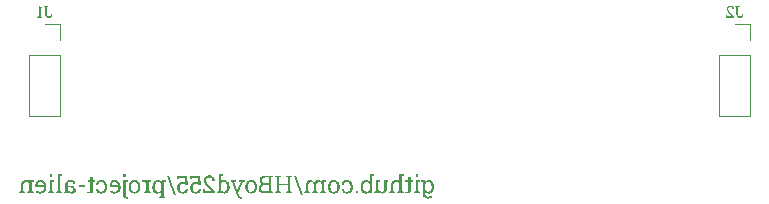
<source format=gbr>
%TF.GenerationSoftware,KiCad,Pcbnew,8.0.1*%
%TF.CreationDate,2024-08-17T00:23:43+01:00*%
%TF.ProjectId,ProjectALIENExpansionDemoButtons,50726f6a-6563-4744-914c-49454e457870,rev?*%
%TF.SameCoordinates,Original*%
%TF.FileFunction,Legend,Bot*%
%TF.FilePolarity,Positive*%
%FSLAX46Y46*%
G04 Gerber Fmt 4.6, Leading zero omitted, Abs format (unit mm)*
G04 Created by KiCad (PCBNEW 8.0.1) date 2024-08-17 00:23:43*
%MOMM*%
%LPD*%
G01*
G04 APERTURE LIST*
%ADD10C,0.100000*%
%ADD11C,0.150000*%
%ADD12C,0.120000*%
G04 APERTURE END LIST*
D10*
G36*
X141757787Y-137563594D02*
G01*
X141838344Y-137573762D01*
X141911317Y-137598455D01*
X141976704Y-137637675D01*
X142000546Y-137657207D01*
X142053991Y-137714251D01*
X142094567Y-137775624D01*
X142128013Y-137846503D01*
X142131258Y-137854927D01*
X142153515Y-137925434D01*
X142169177Y-138001484D01*
X142178245Y-138083074D01*
X142180769Y-138159011D01*
X142180769Y-138180627D01*
X142178914Y-138238776D01*
X142170671Y-138312140D01*
X142153515Y-138388982D01*
X142128013Y-138459796D01*
X142121196Y-138474656D01*
X142081834Y-138542726D01*
X142033670Y-138600422D01*
X141976704Y-138647741D01*
X141957904Y-138659723D01*
X141890584Y-138691150D01*
X141816109Y-138709483D01*
X141742964Y-138714786D01*
X141712721Y-138713909D01*
X141639280Y-138703426D01*
X141568574Y-138678882D01*
X141554542Y-138671854D01*
X141489981Y-138627826D01*
X141438149Y-138573369D01*
X141438149Y-138678882D01*
X141443162Y-138752710D01*
X141462907Y-138829092D01*
X141501530Y-138895037D01*
X141553381Y-138938214D01*
X141622288Y-138963469D01*
X141699733Y-138970875D01*
X141773647Y-138966020D01*
X141849576Y-138951457D01*
X141912968Y-138932504D01*
X141982932Y-138902364D01*
X142034956Y-139059168D01*
X142012314Y-139070682D01*
X141943111Y-139098731D01*
X141871191Y-139119252D01*
X141848042Y-139124404D01*
X141775652Y-139136404D01*
X141697535Y-139141234D01*
X141670244Y-139140741D01*
X141593086Y-139133351D01*
X141515649Y-139114740D01*
X141446941Y-139085180D01*
X141387393Y-139045689D01*
X141332964Y-138991421D01*
X141290138Y-138925812D01*
X141280513Y-138906086D01*
X141255268Y-138835218D01*
X141240542Y-138756478D01*
X141236282Y-138678882D01*
X141236282Y-138391653D01*
X141438149Y-138391653D01*
X141440666Y-138396359D01*
X141483486Y-138458972D01*
X141539632Y-138509256D01*
X141547441Y-138514269D01*
X141618264Y-138542731D01*
X141692406Y-138550655D01*
X141710206Y-138550258D01*
X141790534Y-138536384D01*
X141856408Y-138502688D01*
X141907828Y-138449172D01*
X141931857Y-138408810D01*
X141958580Y-138339622D01*
X141974117Y-138260059D01*
X141978536Y-138180627D01*
X141978536Y-138159011D01*
X141976044Y-138089907D01*
X141966228Y-138011979D01*
X141947029Y-137935163D01*
X141936281Y-137905843D01*
X141900970Y-137839155D01*
X141851041Y-137782755D01*
X141834509Y-137769789D01*
X141763540Y-137736564D01*
X141690574Y-137727434D01*
X141685081Y-137727475D01*
X141608783Y-137737784D01*
X141539998Y-137768833D01*
X141483212Y-137817560D01*
X141438149Y-137880941D01*
X141438149Y-138391653D01*
X141236282Y-138391653D01*
X141236282Y-137742112D01*
X141098895Y-137712780D01*
X141098895Y-137583819D01*
X141345825Y-137583819D01*
X141406641Y-137583819D01*
X141424960Y-137723038D01*
X141438647Y-137704193D01*
X141492953Y-137647252D01*
X141557217Y-137604336D01*
X141593048Y-137588348D01*
X141666010Y-137569073D01*
X141740766Y-137563303D01*
X141757787Y-137563594D01*
G37*
G36*
X141006205Y-138693171D02*
G01*
X141006205Y-138563844D01*
X140839143Y-138535267D01*
X140839143Y-137742455D01*
X141006205Y-137713879D01*
X141006205Y-137583819D01*
X140637276Y-137583819D01*
X140637276Y-138535267D01*
X140470214Y-138563844D01*
X140470214Y-138693171D01*
X141006205Y-138693171D01*
G37*
G36*
X140849401Y-137309779D02*
G01*
X140849401Y-137093624D01*
X140637276Y-137093624D01*
X140637276Y-137309779D01*
X140849401Y-137309779D01*
G37*
G36*
X139939352Y-138710756D02*
G01*
X140017965Y-138702228D01*
X140089999Y-138673471D01*
X140134625Y-138638582D01*
X140178606Y-138572018D01*
X140199750Y-138497973D01*
X140206728Y-138416893D01*
X140206798Y-138407040D01*
X140206798Y-137733296D01*
X140382287Y-137733296D01*
X140382287Y-137583819D01*
X140206798Y-137583819D01*
X140206798Y-137316007D01*
X140004932Y-137316007D01*
X140004932Y-137583819D01*
X139763864Y-137583819D01*
X139763864Y-137733296D01*
X140004932Y-137733296D01*
X140004932Y-138407040D01*
X139995936Y-138480112D01*
X139973058Y-138525009D01*
X139907236Y-138561772D01*
X139888061Y-138563111D01*
X139813658Y-138557315D01*
X139808194Y-138556517D01*
X139739318Y-138544427D01*
X139711474Y-138676684D01*
X139785419Y-138694467D01*
X139819918Y-138700498D01*
X139892953Y-138709063D01*
X139939352Y-138710756D01*
G37*
G36*
X139609258Y-138693171D02*
G01*
X139609258Y-138563844D01*
X139442196Y-138535267D01*
X139442196Y-137252626D01*
X139609258Y-137223683D01*
X139609258Y-137093624D01*
X139239963Y-137093624D01*
X139239963Y-137731464D01*
X139189233Y-137672260D01*
X139129918Y-137625028D01*
X139099646Y-137607267D01*
X139029051Y-137578802D01*
X138952410Y-137564849D01*
X138914998Y-137563303D01*
X138840779Y-137568405D01*
X138765359Y-137586729D01*
X138692500Y-137623272D01*
X138638393Y-137669915D01*
X138595276Y-137730388D01*
X138564479Y-137805195D01*
X138547637Y-137882410D01*
X138540707Y-137957328D01*
X138539841Y-137997811D01*
X138539841Y-138535267D01*
X138372412Y-138563844D01*
X138372412Y-138693171D01*
X138908770Y-138693171D01*
X138908770Y-138563844D01*
X138741708Y-138535267D01*
X138741708Y-137995979D01*
X138747468Y-137917125D01*
X138769587Y-137841013D01*
X138800692Y-137793013D01*
X138863384Y-137748184D01*
X138934756Y-137729740D01*
X138976547Y-137727434D01*
X139051214Y-137736128D01*
X139123582Y-137764567D01*
X139127856Y-137767002D01*
X139189954Y-137813347D01*
X139237192Y-137869772D01*
X139239963Y-137873980D01*
X139239963Y-138535267D01*
X139072901Y-138563844D01*
X139072901Y-138693171D01*
X139609258Y-138693171D01*
G37*
G36*
X137788428Y-138714786D02*
G01*
X137863519Y-138709246D01*
X137940106Y-138689348D01*
X138006847Y-138654978D01*
X138063742Y-138606138D01*
X138070162Y-138599015D01*
X138114561Y-138532886D01*
X138143004Y-138461800D01*
X138161734Y-138378372D01*
X138170059Y-138297039D01*
X138171645Y-138237780D01*
X138171645Y-137742455D01*
X138298773Y-137713879D01*
X138298773Y-137583819D01*
X138171645Y-137583819D01*
X137969778Y-137583819D01*
X137969778Y-138239978D01*
X137966527Y-138321723D01*
X137955096Y-138397155D01*
X137927052Y-138470502D01*
X137917754Y-138483977D01*
X137855759Y-138531836D01*
X137781192Y-138549613D01*
X137754356Y-138550655D01*
X137678879Y-138544524D01*
X137604237Y-138521874D01*
X137576669Y-138507057D01*
X137518291Y-138458215D01*
X137475046Y-138393434D01*
X137470424Y-138383593D01*
X137470424Y-137742455D01*
X137619168Y-137713879D01*
X137619168Y-137583819D01*
X137470424Y-137583819D01*
X137268557Y-137583819D01*
X137268557Y-138535267D01*
X137141429Y-138563844D01*
X137141429Y-138693171D01*
X137449907Y-138693171D01*
X137463096Y-138529039D01*
X137506665Y-138590314D01*
X137563516Y-138643671D01*
X137598285Y-138666792D01*
X137669433Y-138697866D01*
X137742514Y-138712489D01*
X137788428Y-138714786D01*
G37*
G36*
X137092336Y-137223683D02*
G01*
X136925274Y-137252626D01*
X136925274Y-138693171D01*
X136750884Y-138693171D01*
X136732200Y-138550655D01*
X136714946Y-138575000D01*
X136663974Y-138629339D01*
X136599209Y-138673387D01*
X136562757Y-138689518D01*
X136487898Y-138708964D01*
X136410532Y-138714786D01*
X136393739Y-138714524D01*
X136314327Y-138705358D01*
X136242499Y-138683097D01*
X136178257Y-138647741D01*
X136166299Y-138639110D01*
X136111830Y-138589816D01*
X136066235Y-138530289D01*
X136029513Y-138460529D01*
X136011833Y-138414075D01*
X135992172Y-138339178D01*
X135980741Y-138258021D01*
X135977489Y-138180627D01*
X136180821Y-138180627D01*
X136182512Y-138231233D01*
X136192249Y-138305542D01*
X136213549Y-138379341D01*
X136250064Y-138449172D01*
X136258963Y-138461461D01*
X136318240Y-138514878D01*
X136387306Y-138542627D01*
X136461823Y-138550655D01*
X136479026Y-138550259D01*
X136552837Y-138537937D01*
X136620092Y-138505592D01*
X136628136Y-138499835D01*
X136681626Y-138448717D01*
X136723041Y-138383593D01*
X136723041Y-137893397D01*
X136720656Y-137888688D01*
X136678710Y-137825254D01*
X136621191Y-137772497D01*
X136608912Y-137764444D01*
X136539790Y-137736060D01*
X136463655Y-137727434D01*
X136445888Y-137727917D01*
X136370895Y-137742944D01*
X136305019Y-137782389D01*
X136286219Y-137800485D01*
X136241861Y-137862195D01*
X136211596Y-137934064D01*
X136194075Y-138004282D01*
X136183827Y-138081946D01*
X136180821Y-138159011D01*
X136180821Y-138180627D01*
X135977489Y-138180627D01*
X135977489Y-138159011D01*
X135977540Y-138147903D01*
X135980741Y-138072572D01*
X135990495Y-137991675D01*
X136006753Y-137916318D01*
X136029513Y-137846503D01*
X136039598Y-137821820D01*
X136074644Y-137754110D01*
X136122014Y-137690025D01*
X136178257Y-137637675D01*
X136196749Y-137624384D01*
X136263554Y-137589522D01*
X136338300Y-137569186D01*
X136412364Y-137563303D01*
X136444120Y-137564251D01*
X136520659Y-137575591D01*
X136593348Y-137602138D01*
X136612284Y-137612396D01*
X136672431Y-137656955D01*
X136723041Y-137714978D01*
X136723041Y-137093624D01*
X137092336Y-137093624D01*
X137092336Y-137223683D01*
G37*
G36*
X135753274Y-138693171D02*
G01*
X135753274Y-138486175D01*
X135551408Y-138486175D01*
X135551408Y-138693171D01*
X135753274Y-138693171D01*
G37*
G36*
X134819045Y-138714786D02*
G01*
X134900849Y-138709222D01*
X134976452Y-138692529D01*
X135045852Y-138664709D01*
X135081729Y-138644444D01*
X135140613Y-138600559D01*
X135196727Y-138541668D01*
X135238847Y-138479552D01*
X135255019Y-138449172D01*
X135284772Y-138375650D01*
X135304787Y-138296042D01*
X135314404Y-138220170D01*
X135316568Y-138160110D01*
X135316568Y-138116880D01*
X135312859Y-138039989D01*
X135301730Y-137967220D01*
X135280343Y-137890281D01*
X135257217Y-137834046D01*
X135219511Y-137767740D01*
X135173574Y-137709780D01*
X135119408Y-137660166D01*
X135085759Y-137636210D01*
X135019485Y-137600967D01*
X134946371Y-137577258D01*
X134866419Y-137565083D01*
X134819045Y-137563303D01*
X134738460Y-137567596D01*
X134664314Y-137580476D01*
X134590192Y-137604562D01*
X134583840Y-137607267D01*
X134518175Y-137641388D01*
X134455329Y-137687498D01*
X134414213Y-137728167D01*
X134409084Y-137994880D01*
X134566987Y-137994880D01*
X134601791Y-137801074D01*
X134660908Y-137757033D01*
X134688986Y-137743921D01*
X134761629Y-137725345D01*
X134812085Y-137722305D01*
X134886737Y-137732543D01*
X134957384Y-137766235D01*
X134970354Y-137775794D01*
X135024229Y-137829219D01*
X135063959Y-137891260D01*
X135076600Y-137918310D01*
X135099595Y-137987965D01*
X135111977Y-138063390D01*
X135114335Y-138116880D01*
X135114335Y-138160110D01*
X135110179Y-138239506D01*
X135096166Y-138317628D01*
X135079164Y-138370404D01*
X135045271Y-138436087D01*
X134997547Y-138491946D01*
X134977681Y-138508157D01*
X134910040Y-138543131D01*
X134837030Y-138556455D01*
X134820145Y-138556883D01*
X134742601Y-138547571D01*
X134672076Y-138516717D01*
X134650152Y-138500463D01*
X134600874Y-138443031D01*
X134571652Y-138369470D01*
X134566987Y-138345491D01*
X134385270Y-138345491D01*
X134383438Y-138351719D01*
X134395224Y-138427118D01*
X134422247Y-138498527D01*
X134439858Y-138530138D01*
X134488728Y-138592389D01*
X134546610Y-138640405D01*
X134586038Y-138664228D01*
X134656217Y-138693012D01*
X134729031Y-138708812D01*
X134810433Y-138714737D01*
X134819045Y-138714786D01*
G37*
G36*
X133748049Y-137565083D02*
G01*
X133826636Y-137577258D01*
X133898848Y-137600967D01*
X133964684Y-137636210D01*
X133998149Y-137660229D01*
X134052209Y-137710271D01*
X134098329Y-137769065D01*
X134136509Y-137836611D01*
X134160063Y-137894143D01*
X134181846Y-137973265D01*
X134193181Y-138048461D01*
X134196959Y-138128237D01*
X134196959Y-138150585D01*
X134194066Y-138220657D01*
X134183676Y-138296489D01*
X134165730Y-138367786D01*
X134136509Y-138442577D01*
X134116278Y-138481078D01*
X134073687Y-138543617D01*
X134023156Y-138597461D01*
X133964684Y-138642612D01*
X133921424Y-138667140D01*
X133850932Y-138694417D01*
X133773717Y-138710275D01*
X133699436Y-138714786D01*
X133652723Y-138713033D01*
X133573823Y-138701042D01*
X133501589Y-138677690D01*
X133436020Y-138642979D01*
X133402670Y-138619179D01*
X133348816Y-138569488D01*
X133302902Y-138510987D01*
X133264928Y-138443676D01*
X133238321Y-138377410D01*
X133219316Y-138306473D01*
X133207913Y-138230865D01*
X133204112Y-138150585D01*
X133406345Y-138150585D01*
X133408982Y-138214354D01*
X133419368Y-138286941D01*
X133439684Y-138359413D01*
X133448517Y-138381709D01*
X133487276Y-138450281D01*
X133538236Y-138504127D01*
X133554940Y-138516491D01*
X133626349Y-138548176D01*
X133699436Y-138556883D01*
X133723313Y-138556059D01*
X133799218Y-138540191D01*
X133863201Y-138504127D01*
X133883004Y-138486586D01*
X133929887Y-138427482D01*
X133962119Y-138359413D01*
X133977881Y-138305716D01*
X133990873Y-138227989D01*
X133994726Y-138150585D01*
X133994726Y-138128237D01*
X133992688Y-138071382D01*
X133981989Y-137992024D01*
X133962119Y-137919776D01*
X133953367Y-137897399D01*
X133914708Y-137828727D01*
X133863567Y-137775062D01*
X133842323Y-137759863D01*
X133774843Y-137731012D01*
X133701634Y-137722305D01*
X133683642Y-137722769D01*
X133607086Y-137737194D01*
X133538602Y-137775062D01*
X133518896Y-137792505D01*
X133472093Y-137851530D01*
X133439684Y-137919776D01*
X133423568Y-137973295D01*
X133410284Y-138050876D01*
X133406345Y-138128237D01*
X133406345Y-138150585D01*
X133204112Y-138150585D01*
X133204112Y-138128237D01*
X133207022Y-138057772D01*
X133217475Y-137981705D01*
X133235530Y-137910402D01*
X133264928Y-137835878D01*
X133285062Y-137797483D01*
X133327569Y-137735089D01*
X133378133Y-137681331D01*
X133436753Y-137636210D01*
X133479888Y-137611433D01*
X133550242Y-137583879D01*
X133627377Y-137567860D01*
X133701634Y-137563303D01*
X133748049Y-137565083D01*
G37*
G36*
X133049140Y-138693171D02*
G01*
X133049140Y-138563844D01*
X132882078Y-138535267D01*
X132882078Y-137742455D01*
X133049140Y-137713879D01*
X133049140Y-137583819D01*
X132700361Y-137583819D01*
X132687172Y-137728167D01*
X132638693Y-137670093D01*
X132580178Y-137623871D01*
X132549785Y-137606534D01*
X132476967Y-137578544D01*
X132402023Y-137565372D01*
X132354879Y-137563303D01*
X132276277Y-137570516D01*
X132201008Y-137594609D01*
X132164736Y-137614594D01*
X132106672Y-137664673D01*
X132064666Y-137725818D01*
X132045302Y-137768101D01*
X132001269Y-137702945D01*
X131947757Y-137648712D01*
X131906816Y-137618624D01*
X131838174Y-137584913D01*
X131761392Y-137566761D01*
X131705682Y-137563303D01*
X131625150Y-137570585D01*
X131553549Y-137592429D01*
X131483672Y-137634411D01*
X131437137Y-137679807D01*
X131394020Y-137745226D01*
X131366399Y-137814526D01*
X131348209Y-137895082D01*
X131340125Y-137973087D01*
X131338585Y-138029685D01*
X131338585Y-138535267D01*
X131171523Y-138563844D01*
X131171523Y-138693171D01*
X131708979Y-138693171D01*
X131708979Y-138563844D01*
X131541917Y-138535267D01*
X131541917Y-138027853D01*
X131545443Y-137951787D01*
X131559769Y-137873576D01*
X131591505Y-137804471D01*
X131598337Y-137795578D01*
X131657903Y-137748995D01*
X131732051Y-137729098D01*
X131765399Y-137727434D01*
X131838712Y-137737893D01*
X131904995Y-137772827D01*
X131935026Y-137801806D01*
X131978230Y-137868345D01*
X132002333Y-137941143D01*
X132009398Y-137988652D01*
X132009398Y-138535267D01*
X131842336Y-138563844D01*
X131842336Y-138693171D01*
X132378327Y-138693171D01*
X132378327Y-138563844D01*
X132211265Y-138535267D01*
X132211265Y-138027853D01*
X132215872Y-137946699D01*
X132231801Y-137872096D01*
X132265933Y-137804201D01*
X132269516Y-137799608D01*
X132330054Y-137750271D01*
X132403974Y-137729196D01*
X132436945Y-137727434D01*
X132511487Y-137734727D01*
X132581394Y-137760922D01*
X132588986Y-137765536D01*
X132644188Y-137814316D01*
X132679844Y-137871782D01*
X132679844Y-138535267D01*
X132512782Y-138563844D01*
X132512782Y-138693171D01*
X133049140Y-138693171D01*
G37*
G36*
X131098250Y-138821398D02*
G01*
X130474698Y-137200236D01*
X130304705Y-137200236D01*
X130927158Y-138821398D01*
X131098250Y-138821398D01*
G37*
G36*
X130170982Y-138693171D02*
G01*
X130170982Y-138563844D01*
X130003920Y-138535267D01*
X130003920Y-137359238D01*
X130170982Y-137330295D01*
X130170982Y-137200236D01*
X129634991Y-137200236D01*
X129634991Y-137330295D01*
X129802053Y-137359238D01*
X129802053Y-137875079D01*
X129088376Y-137875079D01*
X129088376Y-137359238D01*
X129255438Y-137330295D01*
X129255438Y-137200236D01*
X129088376Y-137200236D01*
X128886142Y-137200236D01*
X128719080Y-137200236D01*
X128719080Y-137330295D01*
X128886142Y-137359238D01*
X128886142Y-138535267D01*
X128719080Y-138563844D01*
X128719080Y-138693171D01*
X129255438Y-138693171D01*
X129255438Y-138563844D01*
X129088376Y-138535267D01*
X129088376Y-138033715D01*
X129802053Y-138033715D01*
X129802053Y-138535267D01*
X129634991Y-138563844D01*
X129634991Y-138693171D01*
X130170982Y-138693171D01*
G37*
G36*
X128553117Y-137330295D02*
G01*
X128386055Y-137359238D01*
X128386055Y-138535267D01*
X128553117Y-138563844D01*
X128553117Y-138693171D01*
X127845668Y-138693171D01*
X127776869Y-138690532D01*
X127700379Y-138680400D01*
X127619508Y-138658974D01*
X127547648Y-138627205D01*
X127484799Y-138585093D01*
X127453544Y-138556477D01*
X127403535Y-138490210D01*
X127373452Y-138422348D01*
X127356131Y-138345263D01*
X127351560Y-138273683D01*
X127554408Y-138273683D01*
X127559194Y-138332760D01*
X127584319Y-138407979D01*
X127630978Y-138467124D01*
X127690728Y-138505920D01*
X127765197Y-138528613D01*
X127845668Y-138535267D01*
X128184188Y-138535267D01*
X128184188Y-137992682D01*
X127814893Y-137992682D01*
X127738799Y-138000169D01*
X127668714Y-138026754D01*
X127623744Y-138061786D01*
X127582618Y-138123108D01*
X127560607Y-138196806D01*
X127554408Y-138273683D01*
X127351560Y-138273683D01*
X127351443Y-138271852D01*
X127351998Y-138249005D01*
X127362687Y-138172740D01*
X127386980Y-138102225D01*
X127391492Y-138092609D01*
X127432724Y-138026422D01*
X127486997Y-137970700D01*
X127503518Y-137957792D01*
X127567652Y-137921357D01*
X127641603Y-137898526D01*
X127592304Y-137876957D01*
X127527887Y-137835157D01*
X127474907Y-137782023D01*
X127453492Y-137751888D01*
X127422292Y-137681558D01*
X127411893Y-137604336D01*
X127411984Y-137599940D01*
X127614126Y-137599940D01*
X127615763Y-137632825D01*
X127635339Y-137707861D01*
X127681170Y-137771764D01*
X127712501Y-137796318D01*
X127781291Y-137825918D01*
X127857025Y-137834779D01*
X128184188Y-137834779D01*
X128184188Y-137359238D01*
X127909415Y-137359238D01*
X127833993Y-137363991D01*
X127756372Y-137382708D01*
X127689963Y-137419322D01*
X127656784Y-137453005D01*
X127623087Y-137524050D01*
X127614126Y-137599940D01*
X127411984Y-137599940D01*
X127412408Y-137579453D01*
X127422325Y-137498607D01*
X127444865Y-137427474D01*
X127486081Y-137358070D01*
X127543784Y-137301353D01*
X127596712Y-137266989D01*
X127667578Y-137235884D01*
X127748261Y-137214456D01*
X127825232Y-137203791D01*
X127909415Y-137200236D01*
X128386055Y-137200236D01*
X128553117Y-137200236D01*
X128553117Y-137330295D01*
G37*
G36*
X126751957Y-137565083D02*
G01*
X126830544Y-137577258D01*
X126902756Y-137600967D01*
X126968592Y-137636210D01*
X127002057Y-137660229D01*
X127056117Y-137710271D01*
X127102237Y-137769065D01*
X127140417Y-137836611D01*
X127163971Y-137894143D01*
X127185754Y-137973265D01*
X127197089Y-138048461D01*
X127200867Y-138128237D01*
X127200867Y-138150585D01*
X127197974Y-138220657D01*
X127187584Y-138296489D01*
X127169638Y-138367786D01*
X127140417Y-138442577D01*
X127120186Y-138481078D01*
X127077595Y-138543617D01*
X127027064Y-138597461D01*
X126968592Y-138642612D01*
X126925332Y-138667140D01*
X126854840Y-138694417D01*
X126777624Y-138710275D01*
X126703344Y-138714786D01*
X126656631Y-138713033D01*
X126577731Y-138701042D01*
X126505497Y-138677690D01*
X126439928Y-138642979D01*
X126406578Y-138619179D01*
X126352723Y-138569488D01*
X126306810Y-138510987D01*
X126268836Y-138443676D01*
X126242229Y-138377410D01*
X126223224Y-138306473D01*
X126211821Y-138230865D01*
X126208020Y-138150585D01*
X126410253Y-138150585D01*
X126412890Y-138214354D01*
X126423276Y-138286941D01*
X126443592Y-138359413D01*
X126452425Y-138381709D01*
X126491183Y-138450281D01*
X126542144Y-138504127D01*
X126558848Y-138516491D01*
X126630257Y-138548176D01*
X126703344Y-138556883D01*
X126727221Y-138556059D01*
X126803125Y-138540191D01*
X126867109Y-138504127D01*
X126886912Y-138486586D01*
X126933795Y-138427482D01*
X126966027Y-138359413D01*
X126981789Y-138305716D01*
X126994781Y-138227989D01*
X126998634Y-138150585D01*
X126998634Y-138128237D01*
X126996596Y-138071382D01*
X126985897Y-137992024D01*
X126966027Y-137919776D01*
X126957275Y-137897399D01*
X126918616Y-137828727D01*
X126867475Y-137775062D01*
X126846230Y-137759863D01*
X126778751Y-137731012D01*
X126705542Y-137722305D01*
X126687550Y-137722769D01*
X126610994Y-137737194D01*
X126542510Y-137775062D01*
X126522804Y-137792505D01*
X126476001Y-137851530D01*
X126443592Y-137919776D01*
X126427476Y-137973295D01*
X126414192Y-138050876D01*
X126410253Y-138128237D01*
X126410253Y-138150585D01*
X126208020Y-138150585D01*
X126208020Y-138128237D01*
X126210930Y-138057772D01*
X126221383Y-137981705D01*
X126239437Y-137910402D01*
X126268836Y-137835878D01*
X126288970Y-137797483D01*
X126331477Y-137735089D01*
X126382041Y-137681331D01*
X126440661Y-137636210D01*
X126483796Y-137611433D01*
X126554150Y-137583879D01*
X126631285Y-137567860D01*
X126705542Y-137563303D01*
X126751957Y-137565083D01*
G37*
G36*
X125847151Y-139141234D02*
G01*
X125909066Y-139135372D01*
X125967318Y-139124748D01*
X125946802Y-138965746D01*
X125898442Y-138969409D01*
X125856310Y-138970875D01*
X125785155Y-138951698D01*
X125751530Y-138921782D01*
X125709976Y-138859384D01*
X125678240Y-138792626D01*
X125676059Y-138787326D01*
X125627699Y-138670456D01*
X126020441Y-137730365D01*
X126139509Y-137713879D01*
X126139509Y-137583819D01*
X125673861Y-137583819D01*
X125673861Y-137713879D01*
X125808316Y-137734395D01*
X125591795Y-138289071D01*
X125539771Y-138433785D01*
X125533543Y-138433785D01*
X125277088Y-137734395D01*
X125418505Y-137713879D01*
X125418505Y-137583819D01*
X124962381Y-137583819D01*
X124962381Y-137713879D01*
X125077053Y-137730365D01*
X125514126Y-138863530D01*
X125545794Y-138934703D01*
X125583098Y-138998469D01*
X125588498Y-139006412D01*
X125636766Y-139062649D01*
X125695110Y-139105330D01*
X125764627Y-139132258D01*
X125841612Y-139141199D01*
X125847151Y-139141234D01*
G37*
G36*
X124305856Y-137223683D02*
G01*
X124138794Y-137252626D01*
X124138794Y-137704720D01*
X124149017Y-137692092D01*
X124201830Y-137640741D01*
X124267754Y-137599573D01*
X124291797Y-137589124D01*
X124365207Y-137569289D01*
X124441411Y-137563303D01*
X124458295Y-137563594D01*
X124538166Y-137573762D01*
X124610451Y-137598455D01*
X124675152Y-137637675D01*
X124693018Y-137652148D01*
X124746713Y-137708018D01*
X124791393Y-137775624D01*
X124823895Y-137846503D01*
X124827051Y-137854927D01*
X124848689Y-137925434D01*
X124863916Y-138001484D01*
X124872732Y-138083074D01*
X124875186Y-138159011D01*
X124875186Y-138180627D01*
X124873383Y-138239136D01*
X124865369Y-138312821D01*
X124848689Y-138389805D01*
X124823895Y-138460529D01*
X124817307Y-138475300D01*
X124779039Y-138543013D01*
X124731898Y-138600493D01*
X124675884Y-138647741D01*
X124657342Y-138659723D01*
X124590653Y-138691150D01*
X124516450Y-138709483D01*
X124443243Y-138714786D01*
X124411565Y-138713838D01*
X124334896Y-138702498D01*
X124261526Y-138675951D01*
X124237510Y-138662807D01*
X124176642Y-138616484D01*
X124128536Y-138560913D01*
X124112050Y-138693171D01*
X123769865Y-138693171D01*
X123769865Y-138563844D01*
X123936927Y-138535267D01*
X123936927Y-138393851D01*
X124138794Y-138393851D01*
X124141311Y-138398489D01*
X124184132Y-138460163D01*
X124240277Y-138509622D01*
X124248082Y-138514591D01*
X124318562Y-138542801D01*
X124391952Y-138550655D01*
X124400855Y-138550556D01*
X124481856Y-138538663D01*
X124554097Y-138502688D01*
X124604443Y-138449172D01*
X124627726Y-138408810D01*
X124653618Y-138339622D01*
X124668671Y-138260059D01*
X124672953Y-138180627D01*
X124672953Y-138159011D01*
X124670519Y-138089376D01*
X124660932Y-138011035D01*
X124642179Y-137934064D01*
X124631792Y-137904762D01*
X124597588Y-137838288D01*
X124549122Y-137782389D01*
X124532933Y-137769509D01*
X124462845Y-137736504D01*
X124390120Y-137727434D01*
X124384694Y-137727474D01*
X124309062Y-137737692D01*
X124240277Y-137768467D01*
X124183582Y-137816461D01*
X124138794Y-137879109D01*
X124138794Y-138393851D01*
X123936927Y-138393851D01*
X123936927Y-137093624D01*
X124138794Y-137093624D01*
X124305856Y-137093624D01*
X124305856Y-137223683D01*
G37*
G36*
X123607200Y-138693171D02*
G01*
X123607200Y-138554685D01*
X123117737Y-138011367D01*
X123067154Y-137953213D01*
X123020026Y-137895609D01*
X122981816Y-137844671D01*
X122942049Y-137782573D01*
X122912939Y-137719008D01*
X122896253Y-137646909D01*
X122893522Y-137602138D01*
X122903053Y-137523329D01*
X122931647Y-137454516D01*
X122961299Y-137414193D01*
X123020101Y-137367533D01*
X123095389Y-137342408D01*
X123154740Y-137337623D01*
X123231097Y-137345351D01*
X123302114Y-137371703D01*
X123359537Y-137416757D01*
X123401254Y-137478703D01*
X123424152Y-137548541D01*
X123432524Y-137622408D01*
X123432810Y-137640240D01*
X123626617Y-137640240D01*
X123628449Y-137634011D01*
X123624570Y-137555758D01*
X123608814Y-137482657D01*
X123581179Y-137414708D01*
X123574227Y-137401736D01*
X123528578Y-137336025D01*
X123470722Y-137280443D01*
X123407531Y-137238704D01*
X123335253Y-137207020D01*
X123263289Y-137188537D01*
X123184776Y-137179559D01*
X123147779Y-137178621D01*
X123071185Y-137182881D01*
X122993490Y-137197607D01*
X122923594Y-137222852D01*
X122904147Y-137232476D01*
X122839415Y-137274177D01*
X122785765Y-137325229D01*
X122746610Y-137379755D01*
X122715114Y-137447064D01*
X122696691Y-137521041D01*
X122691289Y-137594078D01*
X122698373Y-137670773D01*
X122717767Y-137741919D01*
X122723529Y-137757110D01*
X122754682Y-137823560D01*
X122795751Y-137891341D01*
X122818051Y-137923073D01*
X122863605Y-137982633D01*
X122915133Y-138044445D01*
X122967161Y-138102591D01*
X123359904Y-138530138D01*
X123357706Y-138535267D01*
X122827576Y-138535267D01*
X122811456Y-138364175D01*
X122639998Y-138364175D01*
X122639998Y-138693171D01*
X123607200Y-138693171D01*
G37*
G36*
X122012050Y-138714786D02*
G01*
X122088278Y-138710278D01*
X122166261Y-138694906D01*
X122238096Y-138668624D01*
X122301707Y-138631606D01*
X122359349Y-138579176D01*
X122394534Y-138531604D01*
X122426310Y-138464030D01*
X122444059Y-138386240D01*
X122448023Y-138306656D01*
X122445825Y-138300428D01*
X122263376Y-138300428D01*
X122255064Y-138377270D01*
X122227037Y-138446779D01*
X122193034Y-138489106D01*
X122129230Y-138532989D01*
X122058527Y-138553640D01*
X122012050Y-138556883D01*
X121937525Y-138548082D01*
X121868522Y-138518069D01*
X121813114Y-138466757D01*
X121772857Y-138396708D01*
X121750761Y-138319428D01*
X121742682Y-138238803D01*
X121742406Y-138219461D01*
X121748057Y-138142262D01*
X121767591Y-138066342D01*
X121801079Y-138000797D01*
X121813847Y-137983157D01*
X121869204Y-137930802D01*
X121937549Y-137900179D01*
X122010951Y-137891199D01*
X122085104Y-137895442D01*
X122157192Y-137913113D01*
X122183874Y-137927103D01*
X122235188Y-137979550D01*
X122262276Y-138037012D01*
X122430438Y-138019427D01*
X122344342Y-137200236D01*
X121555926Y-137200236D01*
X121555926Y-137495526D01*
X121707601Y-137495526D01*
X121727018Y-137379755D01*
X122172884Y-137379755D01*
X122221244Y-137798875D01*
X122159033Y-137759742D01*
X122154565Y-137757476D01*
X122084074Y-137730655D01*
X122076163Y-137728533D01*
X122002025Y-137716850D01*
X121983473Y-137716077D01*
X121909207Y-137720385D01*
X121833759Y-137736729D01*
X121765753Y-137765236D01*
X121746802Y-137776161D01*
X121683790Y-137824206D01*
X121631774Y-137884719D01*
X121594028Y-137950550D01*
X121565821Y-138025240D01*
X121549367Y-138099190D01*
X121541375Y-138179516D01*
X121540539Y-138217263D01*
X121544799Y-138298536D01*
X121557579Y-138373781D01*
X121581772Y-138450317D01*
X121594394Y-138478847D01*
X121632870Y-138543856D01*
X121681434Y-138599204D01*
X121740089Y-138644892D01*
X121753030Y-138652870D01*
X121823505Y-138685521D01*
X121895070Y-138704568D01*
X121974343Y-138713819D01*
X122012050Y-138714786D01*
G37*
G36*
X120904164Y-138714786D02*
G01*
X120980392Y-138710278D01*
X121058375Y-138694906D01*
X121130211Y-138668624D01*
X121193821Y-138631606D01*
X121251463Y-138579176D01*
X121286648Y-138531604D01*
X121318424Y-138464030D01*
X121336173Y-138386240D01*
X121340138Y-138306656D01*
X121337939Y-138300428D01*
X121155490Y-138300428D01*
X121147178Y-138377270D01*
X121119151Y-138446779D01*
X121085148Y-138489106D01*
X121021344Y-138532989D01*
X120950642Y-138553640D01*
X120904164Y-138556883D01*
X120829639Y-138548082D01*
X120760637Y-138518069D01*
X120705228Y-138466757D01*
X120664971Y-138396708D01*
X120642875Y-138319428D01*
X120634796Y-138238803D01*
X120634520Y-138219461D01*
X120640171Y-138142262D01*
X120659706Y-138066342D01*
X120693194Y-138000797D01*
X120705961Y-137983157D01*
X120761318Y-137930802D01*
X120829663Y-137900179D01*
X120903065Y-137891199D01*
X120977219Y-137895442D01*
X121049307Y-137913113D01*
X121075989Y-137927103D01*
X121127303Y-137979550D01*
X121154391Y-138037012D01*
X121322552Y-138019427D01*
X121236456Y-137200236D01*
X120448041Y-137200236D01*
X120448041Y-137495526D01*
X120599715Y-137495526D01*
X120619133Y-137379755D01*
X121064998Y-137379755D01*
X121113358Y-137798875D01*
X121051148Y-137759742D01*
X121046680Y-137757476D01*
X120976188Y-137730655D01*
X120968278Y-137728533D01*
X120894139Y-137716850D01*
X120875588Y-137716077D01*
X120801322Y-137720385D01*
X120725873Y-137736729D01*
X120657867Y-137765236D01*
X120638916Y-137776161D01*
X120575904Y-137824206D01*
X120523888Y-137884719D01*
X120486142Y-137950550D01*
X120457935Y-138025240D01*
X120441481Y-138099190D01*
X120433489Y-138179516D01*
X120432653Y-138217263D01*
X120436913Y-138298536D01*
X120449693Y-138373781D01*
X120473886Y-138450317D01*
X120486509Y-138478847D01*
X120524984Y-138543856D01*
X120573549Y-138599204D01*
X120632203Y-138644892D01*
X120645145Y-138652870D01*
X120715620Y-138685521D01*
X120787184Y-138704568D01*
X120866457Y-138713819D01*
X120904164Y-138714786D01*
G37*
G36*
X120331537Y-138821398D02*
G01*
X119707985Y-137200236D01*
X119537992Y-137200236D01*
X120160445Y-138821398D01*
X120331537Y-138821398D01*
G37*
G36*
X118813134Y-137564707D02*
G01*
X118890064Y-137577381D01*
X118958770Y-137603237D01*
X118983024Y-137616593D01*
X119044653Y-137663316D01*
X119093592Y-137719008D01*
X119112276Y-137583819D01*
X119452629Y-137583819D01*
X119452629Y-137713879D01*
X119285567Y-137742455D01*
X119285567Y-138960616D01*
X119442371Y-138989559D01*
X119442371Y-139119619D01*
X118907112Y-139119619D01*
X118907112Y-138989559D01*
X119083334Y-138960616D01*
X119083334Y-138578498D01*
X119072964Y-138590848D01*
X119019209Y-138640817D01*
X118951809Y-138680348D01*
X118916636Y-138693767D01*
X118844991Y-138709943D01*
X118771558Y-138714786D01*
X118763146Y-138714721D01*
X118683204Y-138706864D01*
X118610848Y-138685912D01*
X118540015Y-138647741D01*
X118534037Y-138643477D01*
X118474036Y-138589816D01*
X118428655Y-138530289D01*
X118392004Y-138460529D01*
X118374324Y-138414075D01*
X118354663Y-138339178D01*
X118343232Y-138258021D01*
X118339981Y-138180627D01*
X118542946Y-138180627D01*
X118544753Y-138231313D01*
X118555160Y-138306086D01*
X118577926Y-138380899D01*
X118616952Y-138452469D01*
X118631374Y-138471129D01*
X118688332Y-138520073D01*
X118758958Y-138548624D01*
X118834206Y-138556883D01*
X118839765Y-138556846D01*
X118916546Y-138547541D01*
X118984782Y-138519514D01*
X119039828Y-138474085D01*
X119083334Y-138413268D01*
X119083334Y-137872881D01*
X119042724Y-137815699D01*
X118984049Y-137766269D01*
X118980178Y-137763880D01*
X118911725Y-137735967D01*
X118836404Y-137727434D01*
X118812545Y-137728299D01*
X118736971Y-137744938D01*
X118673738Y-137782755D01*
X118654155Y-137801063D01*
X118607793Y-137863173D01*
X118575919Y-137935163D01*
X118557147Y-138005251D01*
X118546166Y-138082526D01*
X118542946Y-138159011D01*
X118542946Y-138180627D01*
X118339981Y-138180627D01*
X118339981Y-138159011D01*
X118342435Y-138082663D01*
X118351251Y-138000775D01*
X118366478Y-137924612D01*
X118391272Y-137845770D01*
X118401294Y-137821219D01*
X118436231Y-137753824D01*
X118483615Y-137689954D01*
X118540015Y-137637675D01*
X118558639Y-137624384D01*
X118625787Y-137589522D01*
X118700734Y-137569186D01*
X118774855Y-137563303D01*
X118813134Y-137564707D01*
G37*
G36*
X118186840Y-138693171D02*
G01*
X118186840Y-138563844D01*
X118019778Y-138535267D01*
X118019778Y-137742455D01*
X118186840Y-137713879D01*
X118186840Y-137583819D01*
X117839527Y-137583819D01*
X117821941Y-137725236D01*
X117820110Y-137744653D01*
X117778082Y-137681701D01*
X117724708Y-137627565D01*
X117703606Y-137611663D01*
X117634263Y-137576952D01*
X117561554Y-137563728D01*
X117544970Y-137563303D01*
X117480124Y-137568799D01*
X117432496Y-137579423D01*
X117458874Y-137767368D01*
X117599558Y-137758942D01*
X117673106Y-137765536D01*
X117734014Y-137795578D01*
X117787247Y-137851078D01*
X117817911Y-137906586D01*
X117817911Y-138535267D01*
X117650849Y-138563844D01*
X117650849Y-138693171D01*
X118186840Y-138693171D01*
G37*
G36*
X116877707Y-137565083D02*
G01*
X116956294Y-137577258D01*
X117028506Y-137600967D01*
X117094342Y-137636210D01*
X117127807Y-137660229D01*
X117181867Y-137710271D01*
X117227987Y-137769065D01*
X117266167Y-137836611D01*
X117289721Y-137894143D01*
X117311504Y-137973265D01*
X117322839Y-138048461D01*
X117326617Y-138128237D01*
X117326617Y-138150585D01*
X117323724Y-138220657D01*
X117313334Y-138296489D01*
X117295388Y-138367786D01*
X117266167Y-138442577D01*
X117245936Y-138481078D01*
X117203345Y-138543617D01*
X117152814Y-138597461D01*
X117094342Y-138642612D01*
X117051082Y-138667140D01*
X116980590Y-138694417D01*
X116903375Y-138710275D01*
X116829094Y-138714786D01*
X116782381Y-138713033D01*
X116703481Y-138701042D01*
X116631247Y-138677690D01*
X116565678Y-138642979D01*
X116532328Y-138619179D01*
X116478474Y-138569488D01*
X116432560Y-138510987D01*
X116394586Y-138443676D01*
X116367979Y-138377410D01*
X116348974Y-138306473D01*
X116337571Y-138230865D01*
X116333770Y-138150585D01*
X116536003Y-138150585D01*
X116538640Y-138214354D01*
X116549026Y-138286941D01*
X116569342Y-138359413D01*
X116578175Y-138381709D01*
X116616934Y-138450281D01*
X116667894Y-138504127D01*
X116684598Y-138516491D01*
X116756007Y-138548176D01*
X116829094Y-138556883D01*
X116852971Y-138556059D01*
X116928876Y-138540191D01*
X116992859Y-138504127D01*
X117012662Y-138486586D01*
X117059545Y-138427482D01*
X117091777Y-138359413D01*
X117107539Y-138305716D01*
X117120531Y-138227989D01*
X117124384Y-138150585D01*
X117124384Y-138128237D01*
X117122346Y-138071382D01*
X117111647Y-137992024D01*
X117091777Y-137919776D01*
X117083025Y-137897399D01*
X117044366Y-137828727D01*
X116993225Y-137775062D01*
X116971981Y-137759863D01*
X116904501Y-137731012D01*
X116831292Y-137722305D01*
X116813300Y-137722769D01*
X116736744Y-137737194D01*
X116668260Y-137775062D01*
X116648554Y-137792505D01*
X116601751Y-137851530D01*
X116569342Y-137919776D01*
X116553226Y-137973295D01*
X116539942Y-138050876D01*
X116536003Y-138128237D01*
X116536003Y-138150585D01*
X116333770Y-138150585D01*
X116333770Y-138128237D01*
X116336680Y-138057772D01*
X116347133Y-137981705D01*
X116365188Y-137910402D01*
X116394586Y-137835878D01*
X116414720Y-137797483D01*
X116457227Y-137735089D01*
X116507791Y-137681331D01*
X116566411Y-137636210D01*
X116609546Y-137611433D01*
X116679900Y-137583879D01*
X116757035Y-137567860D01*
X116831292Y-137563303D01*
X116877707Y-137565083D01*
G37*
G36*
X116197116Y-139141234D02*
G01*
X116256467Y-139136471D01*
X116312154Y-139122916D01*
X116298599Y-138969043D01*
X116250239Y-138978202D01*
X116197116Y-138982232D01*
X116125945Y-138957296D01*
X116101495Y-138929475D01*
X116072760Y-138857605D01*
X116065958Y-138784395D01*
X116065958Y-137742455D01*
X116233020Y-137713879D01*
X116233020Y-137583819D01*
X115864091Y-137583819D01*
X115864091Y-138784395D01*
X115869609Y-138865201D01*
X115889010Y-138944339D01*
X115922378Y-139011016D01*
X115952385Y-139048544D01*
X116014065Y-139097423D01*
X116089199Y-139128199D01*
X116168321Y-139140419D01*
X116197116Y-139141234D01*
G37*
G36*
X116076216Y-137309779D02*
G01*
X116076216Y-137093624D01*
X115864091Y-137093624D01*
X115864091Y-137309779D01*
X116076216Y-137309779D01*
G37*
G36*
X115182117Y-137563585D02*
G01*
X115259504Y-137573453D01*
X115332956Y-137597416D01*
X115402472Y-137635477D01*
X115428821Y-137654339D01*
X115488835Y-137708657D01*
X115535689Y-137766291D01*
X115575762Y-137832214D01*
X115601172Y-137888306D01*
X115624672Y-137965113D01*
X115636899Y-138037814D01*
X115640975Y-138114681D01*
X115640975Y-138160110D01*
X115638798Y-138220170D01*
X115629124Y-138296042D01*
X115608989Y-138375650D01*
X115579059Y-138449172D01*
X115558344Y-138486880D01*
X115514745Y-138548037D01*
X115463032Y-138600559D01*
X115403205Y-138644444D01*
X115359073Y-138668349D01*
X115287612Y-138694934D01*
X115209833Y-138710390D01*
X115135392Y-138714786D01*
X115126844Y-138714747D01*
X115045614Y-138710111D01*
X114972113Y-138697746D01*
X114900186Y-138675219D01*
X114870451Y-138662425D01*
X114802015Y-138625141D01*
X114742650Y-138578498D01*
X114821784Y-138446974D01*
X114825331Y-138450158D01*
X114887624Y-138495267D01*
X114955507Y-138527574D01*
X114985385Y-138537534D01*
X115062011Y-138552761D01*
X115135392Y-138556883D01*
X115152674Y-138556468D01*
X115227106Y-138543545D01*
X115295493Y-138509622D01*
X115307722Y-138500451D01*
X115360653Y-138445325D01*
X115397709Y-138379929D01*
X115411501Y-138342708D01*
X115428650Y-138267444D01*
X115434712Y-138190885D01*
X115431781Y-138185756D01*
X114711875Y-138185756D01*
X114711875Y-138059360D01*
X114712557Y-138027853D01*
X114914108Y-138027853D01*
X115425553Y-138027853D01*
X115427751Y-138022724D01*
X115427017Y-138017339D01*
X115410257Y-137941025D01*
X115380490Y-137868851D01*
X115345358Y-137815015D01*
X115289265Y-137761873D01*
X115238475Y-137734825D01*
X115166167Y-137722305D01*
X115098086Y-137729247D01*
X115026216Y-137758575D01*
X114982568Y-137795431D01*
X114942318Y-137857860D01*
X114921161Y-137925179D01*
X114914108Y-138001108D01*
X114914108Y-138027853D01*
X114712557Y-138027853D01*
X114712677Y-138022335D01*
X114720340Y-137943548D01*
X114736118Y-137871020D01*
X114763166Y-137797776D01*
X114800089Y-137733033D01*
X114851944Y-137673055D01*
X114915574Y-137624852D01*
X114941528Y-137610427D01*
X115013127Y-137582778D01*
X115085763Y-137568172D01*
X115166167Y-137563303D01*
X115182117Y-137563585D01*
G37*
G36*
X114012486Y-138714786D02*
G01*
X114094290Y-138709222D01*
X114169892Y-138692529D01*
X114239293Y-138664709D01*
X114275169Y-138644444D01*
X114334053Y-138600559D01*
X114390167Y-138541668D01*
X114432288Y-138479552D01*
X114448459Y-138449172D01*
X114478212Y-138375650D01*
X114498228Y-138296042D01*
X114507845Y-138220170D01*
X114510008Y-138160110D01*
X114510008Y-138116880D01*
X114506299Y-138039989D01*
X114495171Y-137967220D01*
X114473783Y-137890281D01*
X114450657Y-137834046D01*
X114412951Y-137767740D01*
X114367015Y-137709780D01*
X114312848Y-137660166D01*
X114279199Y-137636210D01*
X114212925Y-137600967D01*
X114139812Y-137577258D01*
X114059859Y-137565083D01*
X114012486Y-137563303D01*
X113931900Y-137567596D01*
X113857754Y-137580476D01*
X113783632Y-137604562D01*
X113777280Y-137607267D01*
X113711615Y-137641388D01*
X113648769Y-137687498D01*
X113607653Y-137728167D01*
X113602524Y-137994880D01*
X113760427Y-137994880D01*
X113795232Y-137801074D01*
X113854348Y-137757033D01*
X113882426Y-137743921D01*
X113955070Y-137725345D01*
X114005525Y-137722305D01*
X114080177Y-137732543D01*
X114150824Y-137766235D01*
X114163794Y-137775794D01*
X114217670Y-137829219D01*
X114257400Y-137891260D01*
X114270040Y-137918310D01*
X114293035Y-137987965D01*
X114305417Y-138063390D01*
X114307775Y-138116880D01*
X114307775Y-138160110D01*
X114303619Y-138239506D01*
X114289606Y-138317628D01*
X114272604Y-138370404D01*
X114238712Y-138436087D01*
X114190987Y-138491946D01*
X114171121Y-138508157D01*
X114103480Y-138543131D01*
X114030471Y-138556455D01*
X114013585Y-138556883D01*
X113936042Y-138547571D01*
X113865516Y-138516717D01*
X113843592Y-138500463D01*
X113794314Y-138443031D01*
X113765093Y-138369470D01*
X113760427Y-138345491D01*
X113578710Y-138345491D01*
X113576879Y-138351719D01*
X113588665Y-138427118D01*
X113615688Y-138498527D01*
X113633299Y-138530138D01*
X113682168Y-138592389D01*
X113740051Y-138640405D01*
X113779478Y-138664228D01*
X113849657Y-138693012D01*
X113922472Y-138708812D01*
X114003873Y-138714737D01*
X114012486Y-138714786D01*
G37*
G36*
X113029164Y-138710756D02*
G01*
X113107777Y-138702228D01*
X113179810Y-138673471D01*
X113224436Y-138638582D01*
X113268417Y-138572018D01*
X113289562Y-138497973D01*
X113296540Y-138416893D01*
X113296610Y-138407040D01*
X113296610Y-137733296D01*
X113472098Y-137733296D01*
X113472098Y-137583819D01*
X113296610Y-137583819D01*
X113296610Y-137316007D01*
X113094743Y-137316007D01*
X113094743Y-137583819D01*
X112853676Y-137583819D01*
X112853676Y-137733296D01*
X113094743Y-137733296D01*
X113094743Y-138407040D01*
X113085748Y-138480112D01*
X113062870Y-138525009D01*
X112997047Y-138561772D01*
X112977873Y-138563111D01*
X112903470Y-138557315D01*
X112898006Y-138556517D01*
X112829129Y-138544427D01*
X112801285Y-138676684D01*
X112875230Y-138694467D01*
X112909729Y-138700498D01*
X112982765Y-138709063D01*
X113029164Y-138710756D01*
G37*
G36*
X112591359Y-138141426D02*
G01*
X112591359Y-137983523D01*
X112089806Y-137983523D01*
X112089806Y-138141426D01*
X112591359Y-138141426D01*
G37*
G36*
X111462048Y-137565766D02*
G01*
X111538685Y-137575468D01*
X111616463Y-137594444D01*
X111658726Y-137609488D01*
X111725710Y-137641886D01*
X111790486Y-137686401D01*
X111790486Y-137940658D01*
X111634782Y-137940658D01*
X111613166Y-137785686D01*
X111588742Y-137770008D01*
X111519743Y-137739158D01*
X111475046Y-137728246D01*
X111398843Y-137722305D01*
X111365475Y-137723656D01*
X111290020Y-137739809D01*
X111227018Y-137777626D01*
X111212678Y-137792161D01*
X111175933Y-137859206D01*
X111165835Y-137933331D01*
X111165835Y-138042141D01*
X111364038Y-138042141D01*
X111401562Y-138042822D01*
X111481093Y-138049336D01*
X111553842Y-138062748D01*
X111626722Y-138085739D01*
X111678265Y-138109713D01*
X111743472Y-138153831D01*
X111794150Y-138207738D01*
X111816705Y-138243336D01*
X111843896Y-138316331D01*
X111852036Y-138391653D01*
X111851244Y-138419895D01*
X111839362Y-138497320D01*
X111809437Y-138570500D01*
X111761910Y-138630156D01*
X111725065Y-138658917D01*
X111658881Y-138690901D01*
X111579598Y-138709497D01*
X111498128Y-138714786D01*
X111455252Y-138712402D01*
X111378601Y-138695323D01*
X111311282Y-138664960D01*
X111279352Y-138645400D01*
X111217330Y-138597010D01*
X111165103Y-138540397D01*
X111157775Y-138612204D01*
X111156778Y-138619016D01*
X111143487Y-138693171D01*
X110853327Y-138693171D01*
X110853327Y-138563844D01*
X110961038Y-138552853D01*
X110963602Y-138511820D01*
X110963969Y-138469688D01*
X110963969Y-138180627D01*
X111165835Y-138180627D01*
X111165835Y-138381395D01*
X111175550Y-138398035D01*
X111225132Y-138455035D01*
X111284904Y-138497532D01*
X111316696Y-138513842D01*
X111389732Y-138537605D01*
X111468452Y-138545526D01*
X111535014Y-138539177D01*
X111605106Y-138507057D01*
X111634283Y-138470118D01*
X111650169Y-138395683D01*
X111649557Y-138380434D01*
X111628144Y-138308343D01*
X111580560Y-138247305D01*
X111524226Y-138209343D01*
X111451442Y-138187138D01*
X111370999Y-138180627D01*
X111165835Y-138180627D01*
X110963969Y-138180627D01*
X110963969Y-137935529D01*
X110969473Y-137860969D01*
X110989246Y-137785504D01*
X111028678Y-137713032D01*
X111079007Y-137659657D01*
X111093682Y-137647989D01*
X111159192Y-137608845D01*
X111235602Y-137581746D01*
X111311401Y-137567914D01*
X111395546Y-137563303D01*
X111462048Y-137565766D01*
G37*
G36*
X110706781Y-138693171D02*
G01*
X110706781Y-138563844D01*
X110539719Y-138535267D01*
X110539719Y-137252626D01*
X110706781Y-137223683D01*
X110706781Y-137093624D01*
X110337486Y-137093624D01*
X110337486Y-138535267D01*
X110170424Y-138563844D01*
X110170424Y-138693171D01*
X110706781Y-138693171D01*
G37*
G36*
X110033770Y-138693171D02*
G01*
X110033770Y-138563844D01*
X109866708Y-138535267D01*
X109866708Y-137742455D01*
X110033770Y-137713879D01*
X110033770Y-137583819D01*
X109664841Y-137583819D01*
X109664841Y-138535267D01*
X109497779Y-138563844D01*
X109497779Y-138693171D01*
X110033770Y-138693171D01*
G37*
G36*
X109876966Y-137309779D02*
G01*
X109876966Y-137093624D01*
X109664841Y-137093624D01*
X109664841Y-137309779D01*
X109876966Y-137309779D01*
G37*
G36*
X108899702Y-137563585D02*
G01*
X108977089Y-137573453D01*
X109050541Y-137597416D01*
X109120057Y-137635477D01*
X109146407Y-137654339D01*
X109206421Y-137708657D01*
X109253275Y-137766291D01*
X109293348Y-137832214D01*
X109318758Y-137888306D01*
X109342257Y-137965113D01*
X109354485Y-138037814D01*
X109358560Y-138114681D01*
X109358560Y-138160110D01*
X109356384Y-138220170D01*
X109346709Y-138296042D01*
X109326575Y-138375650D01*
X109296645Y-138449172D01*
X109275930Y-138486880D01*
X109232331Y-138548037D01*
X109180618Y-138600559D01*
X109120790Y-138644444D01*
X109076659Y-138668349D01*
X109005197Y-138694934D01*
X108927418Y-138710390D01*
X108852978Y-138714786D01*
X108844430Y-138714747D01*
X108763200Y-138710111D01*
X108689698Y-138697746D01*
X108617772Y-138675219D01*
X108588037Y-138662425D01*
X108519601Y-138625141D01*
X108460235Y-138578498D01*
X108539370Y-138446974D01*
X108542917Y-138450158D01*
X108605210Y-138495267D01*
X108673093Y-138527574D01*
X108702970Y-138537534D01*
X108779596Y-138552761D01*
X108852978Y-138556883D01*
X108870259Y-138556468D01*
X108944692Y-138543545D01*
X109013079Y-138509622D01*
X109025307Y-138500451D01*
X109078239Y-138445325D01*
X109115295Y-138379929D01*
X109129087Y-138342708D01*
X109146235Y-138267444D01*
X109152297Y-138190885D01*
X109149366Y-138185756D01*
X108429461Y-138185756D01*
X108429461Y-138059360D01*
X108430143Y-138027853D01*
X108631694Y-138027853D01*
X109143138Y-138027853D01*
X109145336Y-138022724D01*
X109144603Y-138017339D01*
X109127843Y-137941025D01*
X109098075Y-137868851D01*
X109062943Y-137815015D01*
X109006851Y-137761873D01*
X108956061Y-137734825D01*
X108883752Y-137722305D01*
X108815672Y-137729247D01*
X108743801Y-137758575D01*
X108700154Y-137795431D01*
X108659904Y-137857860D01*
X108638746Y-137925179D01*
X108631694Y-138001108D01*
X108631694Y-138027853D01*
X108430143Y-138027853D01*
X108430262Y-138022335D01*
X108437926Y-137943548D01*
X108453704Y-137871020D01*
X108480752Y-137797776D01*
X108517674Y-137733033D01*
X108569529Y-137673055D01*
X108633159Y-137624852D01*
X108659114Y-137610427D01*
X108730712Y-137582778D01*
X108803349Y-137568172D01*
X108883752Y-137563303D01*
X108899702Y-137563585D01*
G37*
G36*
X108272657Y-138693171D02*
G01*
X108272657Y-138563844D01*
X108105595Y-138535267D01*
X108105595Y-137742455D01*
X108272657Y-137713879D01*
X108272657Y-137583819D01*
X107924977Y-137583819D01*
X107910689Y-137748683D01*
X107865231Y-137688250D01*
X107807032Y-137635223D01*
X107771837Y-137612030D01*
X107700098Y-137580481D01*
X107627008Y-137565635D01*
X107581327Y-137563303D01*
X107506805Y-137568335D01*
X107431082Y-137586407D01*
X107357937Y-137622448D01*
X107303623Y-137668450D01*
X107260507Y-137728007D01*
X107229709Y-137801898D01*
X107212867Y-137878311D01*
X107205937Y-137952543D01*
X107205071Y-137992682D01*
X107205071Y-138535267D01*
X107038009Y-138563844D01*
X107038009Y-138693171D01*
X107574366Y-138693171D01*
X107574366Y-138563844D01*
X107407304Y-138535267D01*
X107407304Y-137997078D01*
X107411883Y-137921222D01*
X107429916Y-137846926D01*
X107465190Y-137788983D01*
X107527551Y-137746909D01*
X107599644Y-137729598D01*
X107642144Y-137727434D01*
X107719461Y-137736692D01*
X107787924Y-137764464D01*
X107796383Y-137769566D01*
X107856650Y-137819117D01*
X107900839Y-137879712D01*
X107903362Y-137884238D01*
X107903362Y-138535267D01*
X107736299Y-138563844D01*
X107736299Y-138693171D01*
X108272657Y-138693171D01*
G37*
D11*
G36*
X109563893Y-123829410D02*
G01*
X109614139Y-123826214D01*
X109665939Y-123815315D01*
X109714102Y-123796681D01*
X109757162Y-123770087D01*
X109793988Y-123735643D01*
X109822057Y-123697519D01*
X109843844Y-123652730D01*
X109858522Y-123601405D01*
X109865655Y-123549626D01*
X109866754Y-123531189D01*
X109865288Y-123527281D01*
X109736084Y-123527281D01*
X109731365Y-123579536D01*
X109718600Y-123627716D01*
X109692828Y-123671806D01*
X109690166Y-123674804D01*
X109648715Y-123705325D01*
X109599577Y-123719687D01*
X109566091Y-123721943D01*
X109517301Y-123716630D01*
X109473034Y-123697763D01*
X109436739Y-123662505D01*
X109419545Y-123630840D01*
X109405824Y-123581842D01*
X109401960Y-123532655D01*
X109401960Y-122925711D01*
X109534583Y-122907882D01*
X109534583Y-122819710D01*
X109155763Y-122819710D01*
X109155763Y-122906416D01*
X109267138Y-122925711D01*
X109267138Y-123532655D01*
X109270453Y-123586097D01*
X109280399Y-123635294D01*
X109298999Y-123684507D01*
X109301087Y-123688726D01*
X109328208Y-123731185D01*
X109362891Y-123766545D01*
X109400983Y-123792529D01*
X109449985Y-123813527D01*
X109500895Y-123825052D01*
X109551893Y-123829266D01*
X109563893Y-123829410D01*
G37*
G36*
X109025826Y-123815000D02*
G01*
X109025826Y-123728782D01*
X108872197Y-123709731D01*
X108872197Y-122963813D01*
X109028756Y-122966744D01*
X109028756Y-122882480D01*
X108737375Y-122819710D01*
X108737375Y-123709731D01*
X108584235Y-123728782D01*
X108584235Y-123815000D01*
X109025826Y-123815000D01*
G37*
G36*
X168082079Y-123829410D02*
G01*
X168132325Y-123826214D01*
X168184125Y-123815315D01*
X168232288Y-123796681D01*
X168275348Y-123770087D01*
X168312174Y-123735643D01*
X168340243Y-123697519D01*
X168362030Y-123652730D01*
X168376708Y-123601405D01*
X168383841Y-123549626D01*
X168384940Y-123531189D01*
X168383474Y-123527281D01*
X168254270Y-123527281D01*
X168249551Y-123579536D01*
X168236786Y-123627716D01*
X168211014Y-123671806D01*
X168208352Y-123674804D01*
X168166901Y-123705325D01*
X168117763Y-123719687D01*
X168084277Y-123721943D01*
X168035487Y-123716630D01*
X167991220Y-123697763D01*
X167954925Y-123662505D01*
X167937731Y-123630840D01*
X167924010Y-123581842D01*
X167920146Y-123532655D01*
X167920146Y-122925711D01*
X168052769Y-122907882D01*
X168052769Y-122819710D01*
X167673949Y-122819710D01*
X167673949Y-122906416D01*
X167785324Y-122925711D01*
X167785324Y-123532655D01*
X167788639Y-123586097D01*
X167798585Y-123635294D01*
X167817185Y-123684507D01*
X167819273Y-123688726D01*
X167846394Y-123731185D01*
X167881077Y-123766545D01*
X167919169Y-123792529D01*
X167968171Y-123813527D01*
X168019081Y-123825052D01*
X168070079Y-123829266D01*
X168082079Y-123829410D01*
G37*
G36*
X167560620Y-123815000D02*
G01*
X167560620Y-123722676D01*
X167234312Y-123360464D01*
X167200590Y-123321695D01*
X167169171Y-123283292D01*
X167143698Y-123249333D01*
X167117186Y-123207935D01*
X167097780Y-123165558D01*
X167086655Y-123117492D01*
X167084835Y-123087644D01*
X167091189Y-123035105D01*
X167110252Y-122989230D01*
X167130020Y-122962348D01*
X167169221Y-122931241D01*
X167219413Y-122914491D01*
X167258980Y-122911301D01*
X167309885Y-122916453D01*
X167357229Y-122934021D01*
X167395512Y-122964057D01*
X167423323Y-123005354D01*
X167438588Y-123051913D01*
X167444170Y-123101158D01*
X167444360Y-123113046D01*
X167573565Y-123113046D01*
X167574786Y-123108893D01*
X167572201Y-123056725D01*
X167561696Y-123007991D01*
X167543273Y-122962691D01*
X167538638Y-122954043D01*
X167508206Y-122910236D01*
X167469635Y-122873181D01*
X167427508Y-122845355D01*
X167379322Y-122824232D01*
X167331346Y-122811910D01*
X167279004Y-122805925D01*
X167254340Y-122805300D01*
X167203277Y-122808140D01*
X167151480Y-122817957D01*
X167104883Y-122834787D01*
X167091918Y-122841203D01*
X167048763Y-122869004D01*
X167012997Y-122903039D01*
X166986894Y-122939389D01*
X166965896Y-122984262D01*
X166953615Y-123033580D01*
X166950013Y-123082271D01*
X166954736Y-123133401D01*
X166967665Y-123180832D01*
X166971506Y-123190959D01*
X166992275Y-123235259D01*
X167019655Y-123280446D01*
X167034521Y-123301601D01*
X167064890Y-123341308D01*
X167099242Y-123382516D01*
X167133928Y-123421280D01*
X167395756Y-123706311D01*
X167394291Y-123709731D01*
X167040871Y-123709731D01*
X167030125Y-123595669D01*
X166915819Y-123595669D01*
X166915819Y-123815000D01*
X167560620Y-123815000D01*
G37*
D12*
%TO.C,J1*%
X107890000Y-127000000D02*
X110550000Y-127000000D01*
X107890000Y-132140000D02*
X107890000Y-127000000D01*
X107890000Y-132140000D02*
X110550000Y-132140000D01*
X109220000Y-124400000D02*
X110550000Y-124400000D01*
X110550000Y-124400000D02*
X110550000Y-125730000D01*
X110550000Y-132140000D02*
X110550000Y-127000000D01*
%TO.C,J2*%
X166310000Y-127000000D02*
X168970000Y-127000000D01*
X166310000Y-132140000D02*
X166310000Y-127000000D01*
X166310000Y-132140000D02*
X168970000Y-132140000D01*
X167640000Y-124400000D02*
X168970000Y-124400000D01*
X168970000Y-124400000D02*
X168970000Y-125730000D01*
X168970000Y-132140000D02*
X168970000Y-127000000D01*
%TD*%
M02*

</source>
